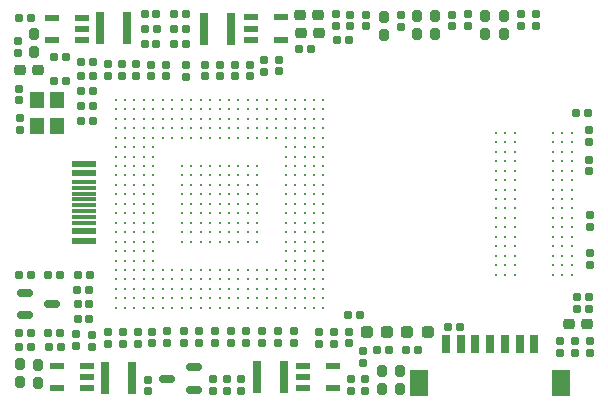
<source format=gtp>
G04 #@! TF.GenerationSoftware,KiCad,Pcbnew,7.0.5-0*
G04 #@! TF.CreationDate,2023-06-20T23:32:33+08:00*
G04 #@! TF.ProjectId,slimarm_hypericum,736c696d-6172-46d5-9f68-797065726963,rev?*
G04 #@! TF.SameCoordinates,Original*
G04 #@! TF.FileFunction,Paste,Top*
G04 #@! TF.FilePolarity,Positive*
%FSLAX46Y46*%
G04 Gerber Fmt 4.6, Leading zero omitted, Abs format (unit mm)*
G04 Created by KiCad (PCBNEW 7.0.5-0) date 2023-06-20 23:32:33*
%MOMM*%
%LPD*%
G01*
G04 APERTURE LIST*
G04 Aperture macros list*
%AMRoundRect*
0 Rectangle with rounded corners*
0 $1 Rounding radius*
0 $2 $3 $4 $5 $6 $7 $8 $9 X,Y pos of 4 corners*
0 Add a 4 corners polygon primitive as box body*
4,1,4,$2,$3,$4,$5,$6,$7,$8,$9,$2,$3,0*
0 Add four circle primitives for the rounded corners*
1,1,$1+$1,$2,$3*
1,1,$1+$1,$4,$5*
1,1,$1+$1,$6,$7*
1,1,$1+$1,$8,$9*
0 Add four rect primitives between the rounded corners*
20,1,$1+$1,$2,$3,$4,$5,0*
20,1,$1+$1,$4,$5,$6,$7,0*
20,1,$1+$1,$6,$7,$8,$9,0*
20,1,$1+$1,$8,$9,$2,$3,0*%
G04 Aperture macros list end*
%ADD10RoundRect,0.150000X0.150000X-0.225000X0.150000X0.225000X-0.150000X0.225000X-0.150000X-0.225000X0*%
%ADD11RoundRect,0.150000X-0.225000X-0.150000X0.225000X-0.150000X0.225000X0.150000X-0.225000X0.150000X0*%
%ADD12RoundRect,0.150000X0.225000X0.150000X-0.225000X0.150000X-0.225000X-0.150000X0.225000X-0.150000X0*%
%ADD13RoundRect,0.150000X-0.150000X0.225000X-0.150000X-0.225000X0.150000X-0.225000X0.150000X0.225000X0*%
%ADD14R,0.711200X1.600000*%
%ADD15R,1.600200X2.209800*%
%ADD16R,1.200000X0.600000*%
%ADD17RoundRect,0.212500X-0.212500X0.262500X-0.212500X-0.262500X0.212500X-0.262500X0.212500X0.262500X0*%
%ADD18RoundRect,0.212500X0.212500X-0.262500X0.212500X0.262500X-0.212500X0.262500X-0.212500X-0.262500X0*%
%ADD19RoundRect,0.237500X0.287500X0.237500X-0.287500X0.237500X-0.287500X-0.237500X0.287500X-0.237500X0*%
%ADD20RoundRect,0.237500X-0.287500X-0.237500X0.287500X-0.237500X0.287500X0.237500X-0.287500X0.237500X0*%
%ADD21R,2.000000X0.600000*%
%ADD22R,2.000000X0.300000*%
%ADD23C,0.320000*%
%ADD24RoundRect,0.212500X0.262500X0.212500X-0.262500X0.212500X-0.262500X-0.212500X0.262500X-0.212500X0*%
%ADD25R,0.800000X2.700000*%
%ADD26RoundRect,0.150000X0.512500X0.150000X-0.512500X0.150000X-0.512500X-0.150000X0.512500X-0.150000X0*%
%ADD27RoundRect,0.212500X-0.262500X-0.212500X0.262500X-0.212500X0.262500X0.212500X-0.262500X0.212500X0*%
%ADD28R,1.200000X1.400000*%
%ADD29RoundRect,0.150000X-0.512500X-0.150000X0.512500X-0.150000X0.512500X0.150000X-0.512500X0.150000X0*%
G04 APERTURE END LIST*
D10*
G04 #@! TO.C,C17*
X38500000Y-78970000D03*
X38500000Y-77970000D03*
G04 #@! TD*
D11*
G04 #@! TO.C,R23*
X27360000Y-79390000D03*
X28360000Y-79390000D03*
G04 #@! TD*
D12*
G04 #@! TO.C,R26*
X49100000Y-76600000D03*
X48100000Y-76600000D03*
G04 #@! TD*
D13*
G04 #@! TO.C,R25*
X52430000Y-73730000D03*
X52430000Y-74730000D03*
G04 #@! TD*
D12*
G04 #@! TO.C,R24*
X61730000Y-100190000D03*
X60730000Y-100190000D03*
G04 #@! TD*
G04 #@! TO.C,R20*
X52290000Y-75880000D03*
X51290000Y-75880000D03*
G04 #@! TD*
D14*
G04 #@! TO.C,J5*
X68020000Y-101640000D03*
X66770000Y-101640000D03*
X65520000Y-101640000D03*
X64270000Y-101640000D03*
X63020000Y-101640000D03*
X61770000Y-101640000D03*
X60520000Y-101640000D03*
D15*
X58272900Y-104942000D03*
X70267100Y-104942000D03*
G04 #@! TD*
D13*
G04 #@! TO.C,C18*
X53800000Y-73720000D03*
X53800000Y-74720000D03*
G04 #@! TD*
G04 #@! TO.C,C16*
X51070000Y-100580000D03*
X51070000Y-101580000D03*
G04 #@! TD*
D12*
G04 #@! TO.C,C80*
X36030000Y-74980000D03*
X35030000Y-74980000D03*
G04 #@! TD*
D11*
G04 #@! TO.C,C61*
X52280000Y-99160000D03*
X53280000Y-99160000D03*
G04 #@! TD*
D13*
G04 #@! TO.C,C33*
X29250000Y-100810000D03*
X29250000Y-101810000D03*
G04 #@! TD*
D16*
G04 #@! TO.C,U5*
X29690950Y-75880001D03*
X29690950Y-74930000D03*
X29690950Y-73979999D03*
X27189050Y-73979999D03*
X27189050Y-75880001D03*
G04 #@! TD*
D17*
G04 #@! TO.C,R15*
X63840000Y-73840000D03*
X63840000Y-75364000D03*
G04 #@! TD*
D10*
G04 #@! TO.C,C46*
X44960000Y-101520000D03*
X44960000Y-100520000D03*
G04 #@! TD*
D13*
G04 #@! TO.C,C42*
X72710000Y-93900000D03*
X72710000Y-94900000D03*
G04 #@! TD*
D12*
G04 #@! TO.C,C7*
X30670000Y-81480000D03*
X29670000Y-81480000D03*
G04 #@! TD*
G04 #@! TO.C,C8*
X30640000Y-80210000D03*
X29640000Y-80210000D03*
G04 #@! TD*
D10*
G04 #@! TO.C,C59*
X46360000Y-77540000D03*
X46360000Y-78540000D03*
G04 #@! TD*
D13*
G04 #@! TO.C,C30*
X33190000Y-100610000D03*
X33190000Y-101610000D03*
G04 #@! TD*
G04 #@! TO.C,C24*
X53690000Y-104570000D03*
X53690000Y-105570000D03*
G04 #@! TD*
D11*
G04 #@! TO.C,C21*
X35010000Y-76190000D03*
X36010000Y-76190000D03*
G04 #@! TD*
D12*
G04 #@! TO.C,C36*
X30310000Y-97020000D03*
X29310000Y-97020000D03*
G04 #@! TD*
D13*
G04 #@! TO.C,C32*
X30600000Y-100850000D03*
X30600000Y-101850000D03*
G04 #@! TD*
G04 #@! TO.C,R14*
X71430000Y-101400000D03*
X71430000Y-102400000D03*
G04 #@! TD*
D18*
G04 #@! TO.C,R8*
X24430000Y-104872000D03*
X24430000Y-103348000D03*
G04 #@! TD*
D13*
G04 #@! TO.C,C82*
X61030000Y-73722000D03*
X61030000Y-74722000D03*
G04 #@! TD*
D10*
G04 #@! TO.C,C55*
X41380000Y-78960000D03*
X41380000Y-77960000D03*
G04 #@! TD*
D19*
G04 #@! TO.C,D2*
X59005000Y-100590000D03*
X57255000Y-100590000D03*
G04 #@! TD*
D16*
G04 #@! TO.C,U8*
X44059050Y-73959999D03*
X44059050Y-74910000D03*
X44059050Y-75860001D03*
X46560950Y-75860001D03*
X46560950Y-73959999D03*
G04 #@! TD*
D11*
G04 #@! TO.C,C2*
X37490000Y-73670000D03*
X38490000Y-73670000D03*
G04 #@! TD*
D20*
G04 #@! TO.C,D1*
X53815000Y-100590000D03*
X55565000Y-100590000D03*
G04 #@! TD*
D10*
G04 #@! TO.C,C13*
X35530000Y-78960000D03*
X35530000Y-77960000D03*
G04 #@! TD*
D12*
G04 #@! TO.C,C38*
X72520000Y-82100000D03*
X71520000Y-82100000D03*
G04 #@! TD*
D21*
G04 #@! TO.C,J1*
X29890000Y-86380000D03*
X29890000Y-87180000D03*
D22*
X29890000Y-88380000D03*
X29890000Y-89380000D03*
X29890000Y-89880000D03*
X29890000Y-90880000D03*
D21*
X29890000Y-92080000D03*
X29890000Y-92880000D03*
X29890000Y-92880000D03*
X29890000Y-92080000D03*
D22*
X29890000Y-91380000D03*
X29890000Y-90380000D03*
X29890000Y-88880000D03*
X29890000Y-87880000D03*
D21*
X29890000Y-87180000D03*
X29890000Y-86380000D03*
G04 #@! TD*
D10*
G04 #@! TO.C,C57*
X43940000Y-78960000D03*
X43940000Y-77960000D03*
G04 #@! TD*
D11*
G04 #@! TO.C,C3*
X37510000Y-74930000D03*
X38510000Y-74930000D03*
G04 #@! TD*
G04 #@! TO.C,R4*
X29360000Y-95780000D03*
X30360000Y-95780000D03*
G04 #@! TD*
D23*
G04 #@! TO.C,U2*
X64770000Y-83740000D03*
X65570000Y-83740000D03*
X66370000Y-83740000D03*
X69570000Y-83740000D03*
X70370000Y-83740000D03*
X71170000Y-83740000D03*
X64770000Y-84540000D03*
X65570000Y-84540000D03*
X66370000Y-84540000D03*
X69570000Y-84540000D03*
X70370000Y-84540000D03*
X71170000Y-84540000D03*
X64770000Y-85340000D03*
X65570000Y-85340000D03*
X66370000Y-85340000D03*
X69570000Y-85340000D03*
X70370000Y-85340000D03*
X71170000Y-85340000D03*
X64770000Y-86140000D03*
X65570000Y-86140000D03*
X66370000Y-86140000D03*
X69570000Y-86140000D03*
X70370000Y-86140000D03*
X71170000Y-86140000D03*
X64770000Y-86940000D03*
X65570000Y-86940000D03*
X66370000Y-86940000D03*
X69570000Y-86940000D03*
X70370000Y-86940000D03*
X71170000Y-86940000D03*
X64770000Y-87740000D03*
X65570000Y-87740000D03*
X66370000Y-87740000D03*
X69570000Y-87740000D03*
X70370000Y-87740000D03*
X71170000Y-87740000D03*
X64770000Y-88540000D03*
X65570000Y-88540000D03*
X66370000Y-88540000D03*
X69570000Y-88540000D03*
X70370000Y-88540000D03*
X71170000Y-88540000D03*
X64770000Y-89340000D03*
X65570000Y-89340000D03*
X66370000Y-89340000D03*
X69570000Y-89340000D03*
X70370000Y-89340000D03*
X71170000Y-89340000D03*
X64770000Y-90140000D03*
X65570000Y-90140000D03*
X66370000Y-90140000D03*
X69570000Y-90140000D03*
X70370000Y-90140000D03*
X71170000Y-90140000D03*
X64770000Y-90940000D03*
X65570000Y-90940000D03*
X66370000Y-90940000D03*
X69570000Y-90940000D03*
X70370000Y-90940000D03*
X71170000Y-90940000D03*
X64770000Y-91740000D03*
X65570000Y-91740000D03*
X66370000Y-91740000D03*
X69570000Y-91740000D03*
X70370000Y-91740000D03*
X71170000Y-91740000D03*
X64770000Y-92540000D03*
X65570000Y-92540000D03*
X66370000Y-92540000D03*
X69570000Y-92540000D03*
X70370000Y-92540000D03*
X71170000Y-92540000D03*
X64770000Y-93340000D03*
X65570000Y-93340000D03*
X66370000Y-93340000D03*
X69570000Y-93340000D03*
X70370000Y-93340000D03*
X71170000Y-93340000D03*
X64770000Y-94140000D03*
X65570000Y-94140000D03*
X66370000Y-94140000D03*
X69570000Y-94140000D03*
X70370000Y-94140000D03*
X71170000Y-94140000D03*
X64770000Y-94940000D03*
X65570000Y-94940000D03*
X66370000Y-94940000D03*
X69570000Y-94940000D03*
X70370000Y-94940000D03*
X71170000Y-94940000D03*
X64770000Y-95740000D03*
X65570000Y-95740000D03*
X66370000Y-95740000D03*
X69570000Y-95740000D03*
X70370000Y-95740000D03*
X71170000Y-95740000D03*
G04 #@! TD*
D10*
G04 #@! TO.C,C11*
X33120000Y-78940000D03*
X33120000Y-77940000D03*
G04 #@! TD*
G04 #@! TO.C,C31*
X35650000Y-101560000D03*
X35650000Y-100560000D03*
G04 #@! TD*
G04 #@! TO.C,C10*
X31920000Y-78940000D03*
X31920000Y-77940000D03*
G04 #@! TD*
D12*
G04 #@! TO.C,C34*
X30350000Y-99500000D03*
X29350000Y-99500000D03*
G04 #@! TD*
D17*
G04 #@! TO.C,R10*
X56630000Y-103928000D03*
X56630000Y-105452000D03*
G04 #@! TD*
D18*
G04 #@! TO.C,R9*
X55080000Y-105422000D03*
X55080000Y-103898000D03*
G04 #@! TD*
G04 #@! TO.C,R12*
X25650000Y-76862000D03*
X25650000Y-75338000D03*
G04 #@! TD*
D11*
G04 #@! TO.C,C43*
X71620000Y-97620000D03*
X72620000Y-97620000D03*
G04 #@! TD*
D10*
G04 #@! TO.C,C49*
X38330000Y-101520000D03*
X38330000Y-100520000D03*
G04 #@! TD*
G04 #@! TO.C,C14*
X36790000Y-78960000D03*
X36790000Y-77960000D03*
G04 #@! TD*
G04 #@! TO.C,C71*
X53500000Y-103250000D03*
X53500000Y-102250000D03*
G04 #@! TD*
G04 #@! TO.C,R19*
X70220000Y-102390000D03*
X70220000Y-101390000D03*
G04 #@! TD*
G04 #@! TO.C,C47*
X46340000Y-101510000D03*
X46340000Y-100510000D03*
G04 #@! TD*
D12*
G04 #@! TO.C,R21*
X55730000Y-102110000D03*
X54730000Y-102110000D03*
G04 #@! TD*
D11*
G04 #@! TO.C,C44*
X71620000Y-98680000D03*
X72620000Y-98680000D03*
G04 #@! TD*
D24*
G04 #@! TO.C,R1*
X49740000Y-73750000D03*
X48216000Y-73750000D03*
G04 #@! TD*
D10*
G04 #@! TO.C,C81*
X56690000Y-74752000D03*
X56690000Y-73752000D03*
G04 #@! TD*
G04 #@! TO.C,C83*
X35310000Y-105630000D03*
X35310000Y-104630000D03*
G04 #@! TD*
D13*
G04 #@! TO.C,C39*
X72630000Y-83540000D03*
X72630000Y-84540000D03*
G04 #@! TD*
D10*
G04 #@! TO.C,C50*
X39640000Y-101520000D03*
X39640000Y-100520000D03*
G04 #@! TD*
G04 #@! TO.C,C48*
X47680000Y-101490000D03*
X47680000Y-100490000D03*
G04 #@! TD*
D12*
G04 #@! TO.C,C6*
X30620000Y-82770000D03*
X29620000Y-82770000D03*
G04 #@! TD*
D13*
G04 #@! TO.C,C41*
X72690000Y-90690000D03*
X72690000Y-91690000D03*
G04 #@! TD*
D18*
G04 #@! TO.C,R16*
X65450000Y-75344000D03*
X65450000Y-73820000D03*
G04 #@! TD*
D10*
G04 #@! TO.C,C27*
X31900000Y-101610000D03*
X31900000Y-100610000D03*
G04 #@! TD*
D11*
G04 #@! TO.C,C76*
X24390000Y-95790000D03*
X25390000Y-95790000D03*
G04 #@! TD*
D16*
G04 #@! TO.C,U4*
X48429050Y-103449999D03*
X48429050Y-104400000D03*
X48429050Y-105350001D03*
X50930950Y-105350001D03*
X50930950Y-103449999D03*
G04 #@! TD*
D24*
G04 #@! TO.C,R11*
X26032000Y-78460000D03*
X24508000Y-78460000D03*
G04 #@! TD*
D10*
G04 #@! TO.C,C58*
X45130000Y-77550000D03*
X45130000Y-78550000D03*
G04 #@! TD*
D11*
G04 #@! TO.C,R22*
X57170000Y-102090000D03*
X58170000Y-102090000D03*
G04 #@! TD*
D25*
G04 #@! TO.C,L2*
X46850000Y-104430000D03*
X44550000Y-104430000D03*
G04 #@! TD*
D17*
G04 #@! TO.C,R7*
X25980000Y-103406000D03*
X25980000Y-104930000D03*
G04 #@! TD*
D11*
G04 #@! TO.C,C26*
X24420000Y-101870000D03*
X25420000Y-101870000D03*
G04 #@! TD*
D13*
G04 #@! TO.C,C15*
X49790000Y-100580000D03*
X49790000Y-101580000D03*
G04 #@! TD*
D11*
G04 #@! TO.C,C78*
X27330000Y-77300000D03*
X28330000Y-77300000D03*
G04 #@! TD*
D18*
G04 #@! TO.C,R18*
X59640000Y-75394000D03*
X59640000Y-73870000D03*
G04 #@! TD*
D12*
G04 #@! TO.C,C84*
X25380000Y-100670000D03*
X24380000Y-100670000D03*
G04 #@! TD*
D10*
G04 #@! TO.C,C51*
X40960000Y-101530000D03*
X40960000Y-100530000D03*
G04 #@! TD*
G04 #@! TO.C,C45*
X43610000Y-101530000D03*
X43610000Y-100530000D03*
G04 #@! TD*
G04 #@! TO.C,C73*
X41970950Y-105570001D03*
X41970950Y-104570001D03*
G04 #@! TD*
D13*
G04 #@! TO.C,C60*
X52310000Y-100570000D03*
X52310000Y-101570000D03*
G04 #@! TD*
D12*
G04 #@! TO.C,C79*
X36010000Y-73660000D03*
X35010000Y-73660000D03*
G04 #@! TD*
G04 #@! TO.C,C9*
X30640000Y-78950000D03*
X29640000Y-78950000D03*
G04 #@! TD*
G04 #@! TO.C,C1*
X30630000Y-77750000D03*
X29630000Y-77750000D03*
G04 #@! TD*
D10*
G04 #@! TO.C,C22*
X51188000Y-74710000D03*
X51188000Y-73710000D03*
G04 #@! TD*
D11*
G04 #@! TO.C,C85*
X24380000Y-74000000D03*
X25380000Y-74000000D03*
G04 #@! TD*
D10*
G04 #@! TO.C,C52*
X42300000Y-101530000D03*
X42300000Y-100530000D03*
G04 #@! TD*
G04 #@! TO.C,C74*
X62440000Y-74702000D03*
X62440000Y-73702000D03*
G04 #@! TD*
D25*
G04 #@! TO.C,L4*
X42350000Y-74930000D03*
X40050000Y-74930000D03*
G04 #@! TD*
D11*
G04 #@! TO.C,C53*
X26850000Y-100670000D03*
X27850000Y-100670000D03*
G04 #@! TD*
D12*
G04 #@! TO.C,C25*
X38520000Y-76220000D03*
X37520000Y-76220000D03*
G04 #@! TD*
D26*
G04 #@! TO.C,U7*
X39177500Y-105500000D03*
X39177500Y-103600000D03*
X36902500Y-104550000D03*
G04 #@! TD*
D10*
G04 #@! TO.C,C40*
X72620000Y-87010000D03*
X72620000Y-86010000D03*
G04 #@! TD*
G04 #@! TO.C,C77*
X24300000Y-76980000D03*
X24300000Y-75980000D03*
G04 #@! TD*
D27*
G04 #@! TO.C,R2*
X70956000Y-99950000D03*
X72480000Y-99950000D03*
G04 #@! TD*
D25*
G04 #@! TO.C,L1*
X31660000Y-104500000D03*
X33960000Y-104500000D03*
G04 #@! TD*
G04 #@! TO.C,L3*
X31250000Y-74870000D03*
X33550000Y-74870000D03*
G04 #@! TD*
D10*
G04 #@! TO.C,C56*
X42650000Y-78960000D03*
X42650000Y-77960000D03*
G04 #@! TD*
D12*
G04 #@! TO.C,C35*
X30350000Y-98240000D03*
X29350000Y-98240000D03*
G04 #@! TD*
D10*
G04 #@! TO.C,C12*
X34330000Y-78950000D03*
X34330000Y-77950000D03*
G04 #@! TD*
D18*
G04 #@! TO.C,R5*
X55250000Y-75422000D03*
X55250000Y-73898000D03*
G04 #@! TD*
D23*
G04 #@! TO.C,U1*
X50160000Y-98550000D03*
X49360000Y-98550000D03*
X48560000Y-98550000D03*
X47760000Y-98550000D03*
X46960000Y-98550000D03*
X46160000Y-98550000D03*
X45360000Y-98550000D03*
X44560000Y-98550000D03*
X43760000Y-98550000D03*
X42960000Y-98550000D03*
X42160000Y-98550000D03*
X41360000Y-98550000D03*
X40560000Y-98550000D03*
X39760000Y-98550000D03*
X38960000Y-98550000D03*
X38160000Y-98550000D03*
X37360000Y-98550000D03*
X36560000Y-98550000D03*
X35760000Y-98550000D03*
X34960000Y-98550000D03*
X34160000Y-98550000D03*
X33360000Y-98550000D03*
X32560000Y-98550000D03*
X50160000Y-82550000D03*
X49360000Y-82550000D03*
X48560000Y-82550000D03*
X47760000Y-82550000D03*
X46960000Y-82550000D03*
X46160000Y-82550000D03*
X45360000Y-82550000D03*
X44560000Y-82550000D03*
X43760000Y-82550000D03*
X42960000Y-82550000D03*
X42160000Y-82550000D03*
X41360000Y-82550000D03*
X40560000Y-82550000D03*
X39760000Y-82550000D03*
X38960000Y-82550000D03*
X38160000Y-82550000D03*
X37360000Y-82550000D03*
X36560000Y-82550000D03*
X35760000Y-82550000D03*
X34960000Y-82550000D03*
X34160000Y-82550000D03*
X33360000Y-82550000D03*
X32560000Y-82550000D03*
X50160000Y-81750000D03*
X49360000Y-81750000D03*
X48560000Y-81750000D03*
X47760000Y-81750000D03*
X46960000Y-81750000D03*
X46160000Y-81750000D03*
X45360000Y-81750000D03*
X44560000Y-81750000D03*
X43760000Y-81750000D03*
X42960000Y-81750000D03*
X42160000Y-81750000D03*
X41360000Y-81750000D03*
X40560000Y-81750000D03*
X39760000Y-81750000D03*
X38960000Y-81750000D03*
X38160000Y-81750000D03*
X37360000Y-81750000D03*
X36560000Y-81750000D03*
X35760000Y-81750000D03*
X34960000Y-81750000D03*
X34160000Y-81750000D03*
X33360000Y-81750000D03*
X32560000Y-81750000D03*
X50160000Y-80950000D03*
X49360000Y-80950000D03*
X48560000Y-80950000D03*
X47760000Y-80950000D03*
X46960000Y-80950000D03*
X46160000Y-80950000D03*
X45360000Y-80950000D03*
X44560000Y-80950000D03*
X43760000Y-80950000D03*
X42960000Y-80950000D03*
X42160000Y-80950000D03*
X41360000Y-80950000D03*
X40560000Y-80950000D03*
X39760000Y-80950000D03*
X38960000Y-80950000D03*
X38160000Y-80950000D03*
X37360000Y-80950000D03*
X36560000Y-80950000D03*
X35760000Y-80950000D03*
X34960000Y-80950000D03*
X34160000Y-80950000D03*
X33360000Y-80950000D03*
X32560000Y-80950000D03*
X50160000Y-97750000D03*
X49360000Y-97750000D03*
X48560000Y-97750000D03*
X47760000Y-97750000D03*
X46960000Y-97750000D03*
X46160000Y-97750000D03*
X45360000Y-97750000D03*
X44560000Y-97750000D03*
X43760000Y-97750000D03*
X42960000Y-97750000D03*
X42160000Y-97750000D03*
X41360000Y-97750000D03*
X40560000Y-97750000D03*
X39760000Y-97750000D03*
X38960000Y-97750000D03*
X38160000Y-97750000D03*
X37360000Y-97750000D03*
X36560000Y-97750000D03*
X35760000Y-97750000D03*
X34960000Y-97750000D03*
X34160000Y-97750000D03*
X33360000Y-97750000D03*
X32560000Y-97750000D03*
X50160000Y-96950000D03*
X49360000Y-96950000D03*
X48560000Y-96950000D03*
X47760000Y-96950000D03*
X46960000Y-96950000D03*
X46160000Y-96950000D03*
X45360000Y-96950000D03*
X44560000Y-96950000D03*
X43760000Y-96950000D03*
X42960000Y-96950000D03*
X42160000Y-96950000D03*
X41360000Y-96950000D03*
X40560000Y-96950000D03*
X39760000Y-96950000D03*
X38960000Y-96950000D03*
X38160000Y-96950000D03*
X37360000Y-96950000D03*
X36560000Y-96950000D03*
X35760000Y-96950000D03*
X34960000Y-96950000D03*
X34160000Y-96950000D03*
X33360000Y-96950000D03*
X32560000Y-96950000D03*
X50160000Y-96150000D03*
X49360000Y-96150000D03*
X48560000Y-96150000D03*
X47760000Y-96150000D03*
X46960000Y-96150000D03*
X46160000Y-96150000D03*
X45360000Y-96150000D03*
X44560000Y-96150000D03*
X43760000Y-96150000D03*
X42960000Y-96150000D03*
X42160000Y-96150000D03*
X41360000Y-96150000D03*
X40560000Y-96150000D03*
X39760000Y-96150000D03*
X38960000Y-96150000D03*
X38160000Y-96150000D03*
X37360000Y-96150000D03*
X36560000Y-96150000D03*
X35760000Y-96150000D03*
X34960000Y-96150000D03*
X34160000Y-96150000D03*
X33360000Y-96150000D03*
X32560000Y-96150000D03*
X50160000Y-95350000D03*
X49360000Y-95350000D03*
X48560000Y-95350000D03*
X47760000Y-95350000D03*
X46960000Y-95350000D03*
X46160000Y-95350000D03*
X45360000Y-95350000D03*
X44560000Y-95350000D03*
X43760000Y-95350000D03*
X42960000Y-95350000D03*
X42160000Y-95350000D03*
X41360000Y-95350000D03*
X40560000Y-95350000D03*
X39760000Y-95350000D03*
X38960000Y-95350000D03*
X38160000Y-95350000D03*
X37360000Y-95350000D03*
X36560000Y-95350000D03*
X35760000Y-95350000D03*
X34960000Y-95350000D03*
X34160000Y-95350000D03*
X33360000Y-95350000D03*
X32560000Y-95350000D03*
X50160000Y-94550000D03*
X49360000Y-94550000D03*
X48560000Y-94550000D03*
X47760000Y-94550000D03*
X46960000Y-94550000D03*
X35760000Y-94550000D03*
X34960000Y-94550000D03*
X34160000Y-94550000D03*
X33360000Y-94550000D03*
X32560000Y-94550000D03*
X50160000Y-93750000D03*
X49360000Y-93750000D03*
X48560000Y-93750000D03*
X47760000Y-93750000D03*
X46960000Y-93750000D03*
X35760000Y-93750000D03*
X34960000Y-93750000D03*
X34160000Y-93750000D03*
X33360000Y-93750000D03*
X32560000Y-93750000D03*
X50160000Y-92950000D03*
X49360000Y-92950000D03*
X48560000Y-92950000D03*
X47760000Y-92950000D03*
X46960000Y-92950000D03*
X44560000Y-92950000D03*
X43760000Y-92950000D03*
X42960000Y-92950000D03*
X42160000Y-92950000D03*
X41360000Y-92950000D03*
X40560000Y-92950000D03*
X39760000Y-92950000D03*
X38960000Y-92950000D03*
X38160000Y-92950000D03*
X35760000Y-92950000D03*
X34960000Y-92950000D03*
X34160000Y-92950000D03*
X33360000Y-92950000D03*
X32560000Y-92950000D03*
X50160000Y-92150000D03*
X49360000Y-92150000D03*
X48560000Y-92150000D03*
X47760000Y-92150000D03*
X46960000Y-92150000D03*
X44560000Y-92150000D03*
X43760000Y-92150000D03*
X42960000Y-92150000D03*
X42160000Y-92150000D03*
X41360000Y-92150000D03*
X40560000Y-92150000D03*
X39760000Y-92150000D03*
X38960000Y-92150000D03*
X38160000Y-92150000D03*
X35760000Y-92150000D03*
X34960000Y-92150000D03*
X34160000Y-92150000D03*
X33360000Y-92150000D03*
X32560000Y-92150000D03*
X50160000Y-91350000D03*
X49360000Y-91350000D03*
X48560000Y-91350000D03*
X47760000Y-91350000D03*
X46960000Y-91350000D03*
X44560000Y-91350000D03*
X43760000Y-91350000D03*
X42960000Y-91350000D03*
X42160000Y-91350000D03*
X41360000Y-91350000D03*
X40560000Y-91350000D03*
X39760000Y-91350000D03*
X38960000Y-91350000D03*
X38160000Y-91350000D03*
X35760000Y-91350000D03*
X34960000Y-91350000D03*
X34160000Y-91350000D03*
X33360000Y-91350000D03*
X32560000Y-91350000D03*
X50160000Y-90550000D03*
X49360000Y-90550000D03*
X48560000Y-90550000D03*
X47760000Y-90550000D03*
X46960000Y-90550000D03*
X44560000Y-90550000D03*
X43760000Y-90550000D03*
X42960000Y-90550000D03*
X42160000Y-90550000D03*
X41360000Y-90550000D03*
X40560000Y-90550000D03*
X39760000Y-90550000D03*
X38960000Y-90550000D03*
X38160000Y-90550000D03*
X35760000Y-90550000D03*
X34960000Y-90550000D03*
X34160000Y-90550000D03*
X33360000Y-90550000D03*
X32560000Y-90550000D03*
X50160000Y-89750000D03*
X49360000Y-89750000D03*
X48560000Y-89750000D03*
X47760000Y-89750000D03*
X46960000Y-89750000D03*
X44560000Y-89750000D03*
X43760000Y-89750000D03*
X42960000Y-89750000D03*
X42160000Y-89750000D03*
X41360000Y-89750000D03*
X40560000Y-89750000D03*
X39760000Y-89750000D03*
X38960000Y-89750000D03*
X38160000Y-89750000D03*
X35760000Y-89750000D03*
X34960000Y-89750000D03*
X34160000Y-89750000D03*
X33360000Y-89750000D03*
X32560000Y-89750000D03*
X50160000Y-88950000D03*
X49360000Y-88950000D03*
X48560000Y-88950000D03*
X47760000Y-88950000D03*
X46960000Y-88950000D03*
X44560000Y-88950000D03*
X43760000Y-88950000D03*
X42960000Y-88950000D03*
X42160000Y-88950000D03*
X41360000Y-88950000D03*
X40560000Y-88950000D03*
X39760000Y-88950000D03*
X38960000Y-88950000D03*
X38160000Y-88950000D03*
X35760000Y-88950000D03*
X34960000Y-88950000D03*
X34160000Y-88950000D03*
X33360000Y-88950000D03*
X32560000Y-88950000D03*
X50160000Y-88150000D03*
X49360000Y-88150000D03*
X48560000Y-88150000D03*
X47760000Y-88150000D03*
X46960000Y-88150000D03*
X44560000Y-88150000D03*
X43760000Y-88150000D03*
X42960000Y-88150000D03*
X42160000Y-88150000D03*
X41360000Y-88150000D03*
X40560000Y-88150000D03*
X39760000Y-88150000D03*
X38960000Y-88150000D03*
X38160000Y-88150000D03*
X35760000Y-88150000D03*
X34960000Y-88150000D03*
X34160000Y-88150000D03*
X33360000Y-88150000D03*
X32560000Y-88150000D03*
X50160000Y-87350000D03*
X49360000Y-87350000D03*
X48560000Y-87350000D03*
X47760000Y-87350000D03*
X46960000Y-87350000D03*
X44560000Y-87350000D03*
X43760000Y-87350000D03*
X42960000Y-87350000D03*
X42160000Y-87350000D03*
X41360000Y-87350000D03*
X40560000Y-87350000D03*
X39760000Y-87350000D03*
X38960000Y-87350000D03*
X38160000Y-87350000D03*
X35760000Y-87350000D03*
X34960000Y-87350000D03*
X34160000Y-87350000D03*
X33360000Y-87350000D03*
X32560000Y-87350000D03*
X50160000Y-86550000D03*
X49360000Y-86550000D03*
X48560000Y-86550000D03*
X47760000Y-86550000D03*
X46960000Y-86550000D03*
X44560000Y-86550000D03*
X43760000Y-86550000D03*
X42960000Y-86550000D03*
X42160000Y-86550000D03*
X41360000Y-86550000D03*
X40560000Y-86550000D03*
X39760000Y-86550000D03*
X38960000Y-86550000D03*
X38160000Y-86550000D03*
X35760000Y-86550000D03*
X34960000Y-86550000D03*
X34160000Y-86550000D03*
X33360000Y-86550000D03*
X32560000Y-86550000D03*
X50160000Y-85750000D03*
X49360000Y-85750000D03*
X48560000Y-85750000D03*
X47760000Y-85750000D03*
X46960000Y-85750000D03*
X35760000Y-85750000D03*
X34960000Y-85750000D03*
X34160000Y-85750000D03*
X33360000Y-85750000D03*
X32560000Y-85750000D03*
X50160000Y-84950000D03*
X49360000Y-84950000D03*
X48560000Y-84950000D03*
X47760000Y-84950000D03*
X46960000Y-84950000D03*
X35760000Y-84950000D03*
X34960000Y-84950000D03*
X34160000Y-84950000D03*
X33360000Y-84950000D03*
X32560000Y-84950000D03*
X50160000Y-84150000D03*
X49360000Y-84150000D03*
X48560000Y-84150000D03*
X47760000Y-84150000D03*
X46960000Y-84150000D03*
X46160000Y-84150000D03*
X45360000Y-84150000D03*
X44560000Y-84150000D03*
X43760000Y-84150000D03*
X42960000Y-84150000D03*
X42160000Y-84150000D03*
X41360000Y-84150000D03*
X40560000Y-84150000D03*
X39760000Y-84150000D03*
X38960000Y-84150000D03*
X38160000Y-84150000D03*
X37360000Y-84150000D03*
X36560000Y-84150000D03*
X35760000Y-84150000D03*
X34960000Y-84150000D03*
X34160000Y-84150000D03*
X33360000Y-84150000D03*
X32560000Y-84150000D03*
X50160000Y-83350000D03*
X49360000Y-83350000D03*
X48560000Y-83350000D03*
X47760000Y-83350000D03*
X46960000Y-83350000D03*
X46160000Y-83350000D03*
X45360000Y-83350000D03*
X44560000Y-83350000D03*
X43760000Y-83350000D03*
X42960000Y-83350000D03*
X42160000Y-83350000D03*
X41360000Y-83350000D03*
X40560000Y-83350000D03*
X39760000Y-83350000D03*
X38960000Y-83350000D03*
X38160000Y-83350000D03*
X37360000Y-83350000D03*
X36560000Y-83350000D03*
X35760000Y-83350000D03*
X34960000Y-83350000D03*
X34160000Y-83350000D03*
X33360000Y-83350000D03*
X32560000Y-83350000D03*
G04 #@! TD*
D27*
G04 #@! TO.C,R6*
X48236000Y-75260000D03*
X49760000Y-75260000D03*
G04 #@! TD*
D10*
G04 #@! TO.C,C4*
X24420000Y-81000000D03*
X24420000Y-80000000D03*
G04 #@! TD*
D13*
G04 #@! TO.C,C23*
X52460000Y-104580000D03*
X52460000Y-105580000D03*
G04 #@! TD*
D10*
G04 #@! TO.C,C72*
X43200950Y-105570001D03*
X43200950Y-104570001D03*
G04 #@! TD*
D13*
G04 #@! TO.C,C28*
X34450000Y-100590000D03*
X34450000Y-101590000D03*
G04 #@! TD*
G04 #@! TO.C,C29*
X36880000Y-100540000D03*
X36880000Y-101540000D03*
G04 #@! TD*
G04 #@! TO.C,R13*
X72690000Y-101390000D03*
X72690000Y-102390000D03*
G04 #@! TD*
G04 #@! TO.C,C5*
X24430000Y-82490000D03*
X24430000Y-83490000D03*
G04 #@! TD*
G04 #@! TO.C,C75*
X66880000Y-73672000D03*
X66880000Y-74672000D03*
G04 #@! TD*
D11*
G04 #@! TO.C,C70*
X26940000Y-101890000D03*
X27940000Y-101890000D03*
G04 #@! TD*
D28*
G04 #@! TO.C,Y1*
X25910000Y-80960000D03*
X25910000Y-83160000D03*
X27610000Y-83160000D03*
X27610000Y-80960000D03*
G04 #@! TD*
D11*
G04 #@! TO.C,R3*
X26850000Y-95810000D03*
X27850000Y-95810000D03*
G04 #@! TD*
D29*
G04 #@! TO.C,U6*
X24902500Y-97290000D03*
X24902500Y-99190000D03*
X27177500Y-98240000D03*
G04 #@! TD*
D10*
G04 #@! TO.C,C37*
X68170000Y-74700000D03*
X68170000Y-73700000D03*
G04 #@! TD*
D17*
G04 #@! TO.C,R17*
X58080000Y-73878000D03*
X58080000Y-75402000D03*
G04 #@! TD*
D10*
G04 #@! TO.C,C54*
X40140000Y-78960000D03*
X40140000Y-77960000D03*
G04 #@! TD*
G04 #@! TO.C,C86*
X40780000Y-105570000D03*
X40780000Y-104570000D03*
G04 #@! TD*
D16*
G04 #@! TO.C,U3*
X30110950Y-105380001D03*
X30110950Y-104430000D03*
X30110950Y-103479999D03*
X27609050Y-103479999D03*
X27609050Y-105380001D03*
G04 #@! TD*
M02*

</source>
